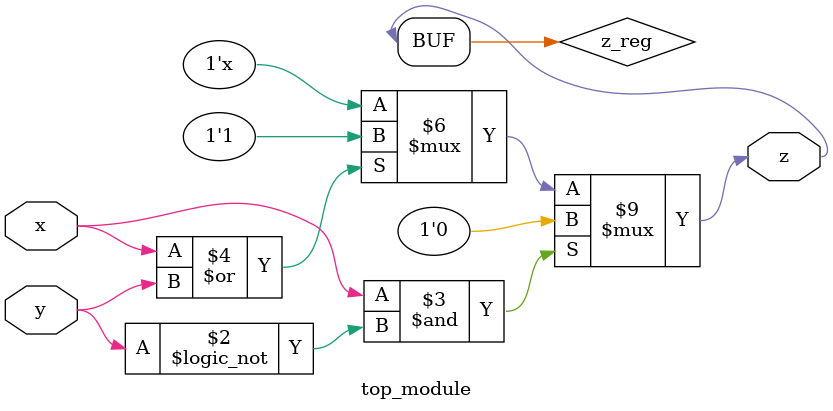
<source format=sv>
module top_module(
	input x,
	input y,
	output z);

	// Define internal signals
	reg z_reg;

	// Set initial values for signals
	initial begin
		z_reg = 1'b0;
	end

	// Assign value to output z based on input x and y
	always @(x or y) begin
		if (x & !y)
			z_reg <= 1'b0;
		else if (x | y)
			z_reg <= 1'b1;
	end

	// Assign signal value to output
	assign z = z_reg;

endmodule

</source>
